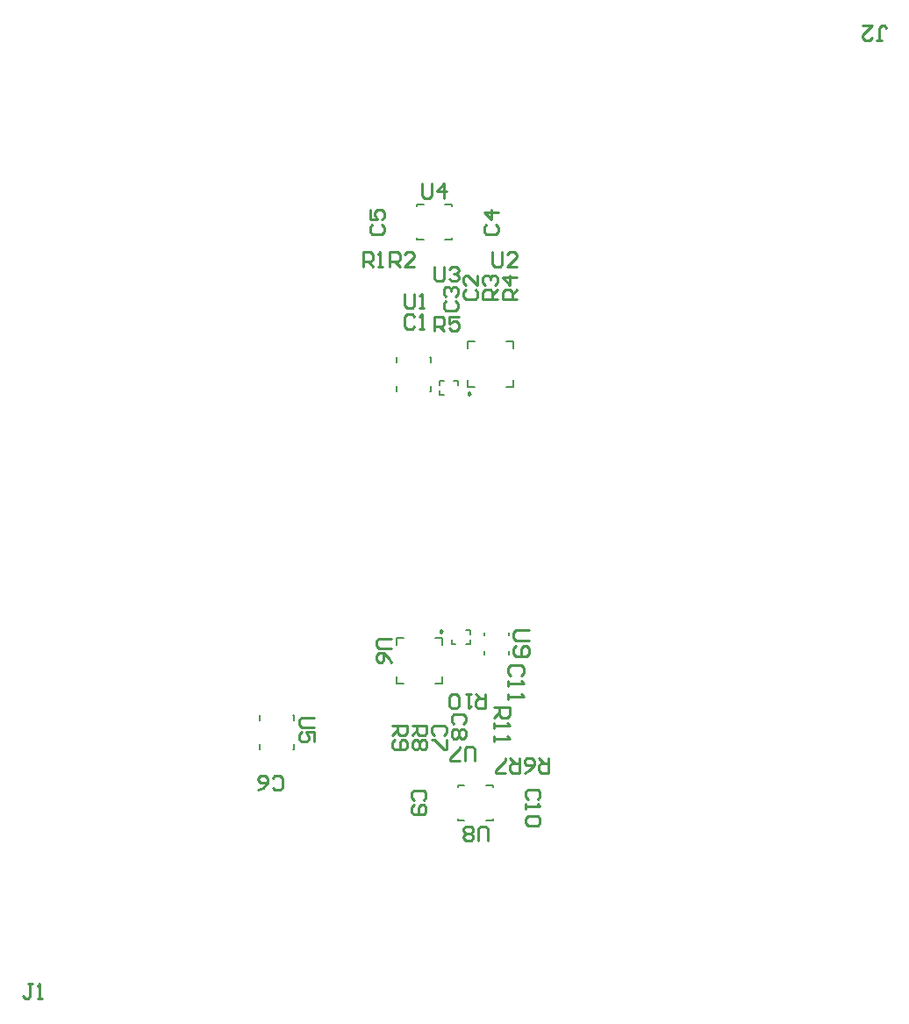
<source format=gto>
G04*
G04 #@! TF.GenerationSoftware,Altium Limited,Altium Designer,23.8.1 (32)*
G04*
G04 Layer_Color=65535*
%FSLAX25Y25*%
%MOIN*%
G70*
G04*
G04 #@! TF.SameCoordinates,E08CAFE3-3647-4911-8EA2-20DD2F02231A*
G04*
G04*
G04 #@! TF.FilePolarity,Positive*
G04*
G01*
G75*
%ADD10C,0.00394*%
%ADD11C,0.00984*%
%ADD12C,0.00787*%
%ADD13C,0.01000*%
D10*
X20669Y-44094D02*
D03*
X-294Y-103688D02*
D03*
X-884Y-44967D02*
D03*
X-61122Y-75532D02*
D03*
X591Y103543D02*
D03*
X1181Y44823D02*
D03*
X-22047Y44291D02*
D03*
D11*
X-4920Y-45223D02*
X-5658Y-44797D01*
Y-45649D01*
X-4920Y-45223D01*
X5807Y45079D02*
X5069Y45505D01*
Y44653D01*
X5807Y45079D01*
D12*
X20472Y-46870D02*
Y-45669D01*
Y-53937D02*
Y-52736D01*
X11024Y-46870D02*
Y-45669D01*
Y-53937D02*
Y-52736D01*
X11891Y-117073D02*
X14470D01*
X1084D02*
X3663D01*
X11891Y-103688D02*
X14470D01*
X1084D02*
X3663D01*
X14470Y-117073D02*
Y-116483D01*
Y-104278D02*
Y-103688D01*
X1084Y-117073D02*
Y-116483D01*
Y-104278D02*
Y-103688D01*
X-1252Y-49973D02*
Y-48398D01*
Y-49973D02*
X323D01*
X4209Y-49986D02*
X5784D01*
Y-48412D01*
X5787Y-46359D02*
Y-44784D01*
X4212D02*
X5787D01*
X-22144Y-50440D02*
Y-47782D01*
X-19487D01*
X-22144Y-65105D02*
Y-62447D01*
Y-65105D02*
X-19487D01*
X-7479D02*
X-4821D01*
Y-62447D01*
Y-50440D02*
Y-47782D01*
X-7479D02*
X-4821D01*
X-61516Y-77106D02*
X-61319D01*
X-74311D02*
X-74114D01*
X-61516Y-90098D02*
X-61319D01*
X-74311D02*
X-74114D01*
X-61319Y-79114D02*
Y-77106D01*
Y-90098D02*
Y-88090D01*
X-74311Y-79114D02*
Y-77106D01*
Y-90098D02*
Y-88090D01*
X-14567Y116929D02*
X-11988D01*
X-3760D02*
X-1181D01*
X-14567Y103543D02*
X-11988D01*
X-3760D02*
X-1181D01*
X-14567Y116339D02*
Y116929D01*
Y103543D02*
Y104134D01*
X-1181Y116339D02*
Y116929D01*
Y103543D02*
Y104134D01*
X1155Y48254D02*
Y49828D01*
X-420D02*
X1155D01*
X-5881Y49842D02*
X-4306D01*
X-5881Y48267D02*
Y49842D01*
X-5884Y44640D02*
Y46215D01*
Y44640D02*
X-4309D01*
X22047Y47638D02*
Y50295D01*
X19390Y47638D02*
X22047D01*
Y62303D02*
Y64961D01*
X19390D02*
X22047D01*
X4724D02*
X7382D01*
X4724Y62303D02*
Y64961D01*
Y47638D02*
Y50295D01*
Y47638D02*
X7382D01*
X-22244Y45866D02*
X-22047D01*
X-9449D02*
X-9252D01*
X-22244Y58858D02*
X-22047D01*
X-9449D02*
X-9252D01*
X-22244Y45866D02*
Y47874D01*
Y56850D02*
Y58858D01*
X-9252Y45866D02*
Y47874D01*
Y56850D02*
Y58858D01*
D13*
X-15354Y74278D02*
X-16273Y75196D01*
X-18109D01*
X-19028Y74278D01*
Y70604D01*
X-18109Y69686D01*
X-16273D01*
X-15354Y70604D01*
X-13518Y69686D02*
X-11681D01*
X-12599D01*
Y75196D01*
X-13518Y74278D01*
X4069Y84515D02*
X3150Y83596D01*
Y81760D01*
X4069Y80841D01*
X7742D01*
X8660Y81760D01*
Y83596D01*
X7742Y84515D01*
X8660Y90025D02*
Y86351D01*
X4987Y90025D01*
X4069D01*
X3150Y89106D01*
Y87270D01*
X4069Y86351D01*
X11943Y109318D02*
X11024Y108399D01*
Y106563D01*
X11943Y105645D01*
X15616D01*
X16534Y106563D01*
Y108399D01*
X15616Y109318D01*
X16534Y113910D02*
X11024D01*
X13780Y111155D01*
Y114828D01*
X-31364Y109318D02*
X-32283Y108399D01*
Y106563D01*
X-31364Y105645D01*
X-27691D01*
X-26773Y106563D01*
Y108399D01*
X-27691Y109318D01*
X-32283Y114828D02*
Y111155D01*
X-29528D01*
X-30446Y112991D01*
Y113910D01*
X-29528Y114828D01*
X-27691D01*
X-26773Y113910D01*
Y112073D01*
X-27691Y111155D01*
X-3412Y80184D02*
X-4330Y79266D01*
Y77429D01*
X-3412Y76511D01*
X262D01*
X1180Y77429D01*
Y79266D01*
X262Y80184D01*
X-3412Y82021D02*
X-4330Y82939D01*
Y84776D01*
X-3412Y85694D01*
X-2493D01*
X-1575Y84776D01*
Y83857D01*
Y84776D01*
X-656Y85694D01*
X262D01*
X1180Y84776D01*
Y82939D01*
X262Y82021D01*
X-160433Y-179135D02*
X-162270D01*
X-161351D01*
Y-183726D01*
X-162270Y-184645D01*
X-163188D01*
X-164106Y-183726D01*
X-158596Y-184645D02*
X-156760D01*
X-157678D01*
Y-179135D01*
X-158596Y-180053D01*
X-34776Y93308D02*
Y98818D01*
X-32021D01*
X-31102Y97900D01*
Y96063D01*
X-32021Y95145D01*
X-34776D01*
X-32939D02*
X-31102Y93308D01*
X-29266D02*
X-27429D01*
X-28347D01*
Y98818D01*
X-29266Y97900D01*
X-24670Y93308D02*
Y98818D01*
X-21915D01*
X-20997Y97900D01*
Y96063D01*
X-21915Y95145D01*
X-24670D01*
X-22834D02*
X-20997Y93308D01*
X-15487D02*
X-19160D01*
X-15487Y96981D01*
Y97900D01*
X-16405Y98818D01*
X-18242D01*
X-19160Y97900D01*
X16141Y80841D02*
X10631D01*
Y83596D01*
X11549Y84515D01*
X13386D01*
X14304Y83596D01*
Y80841D01*
Y82678D02*
X16141Y84515D01*
X11549Y86351D02*
X10631Y87270D01*
Y89106D01*
X11549Y90025D01*
X12467D01*
X13386Y89106D01*
Y88188D01*
Y89106D01*
X14304Y90025D01*
X15223D01*
X16141Y89106D01*
Y87270D01*
X15223Y86351D01*
X23621Y80841D02*
X18111D01*
Y83596D01*
X19029Y84515D01*
X20866D01*
X21784Y83596D01*
Y80841D01*
Y82678D02*
X23621Y84515D01*
Y89106D02*
X18111D01*
X20866Y86351D01*
Y90025D01*
X-7741Y68898D02*
Y74409D01*
X-4986D01*
X-4068Y73490D01*
Y71653D01*
X-4986Y70735D01*
X-7741D01*
X-5905D02*
X-4068Y68898D01*
X1442Y74409D02*
X-2231D01*
Y71653D01*
X-395Y72572D01*
X524D01*
X1442Y71653D01*
Y69817D01*
X524Y68898D01*
X-1313D01*
X-2231Y69817D01*
X-19028Y83070D02*
Y78478D01*
X-18109Y77560D01*
X-16273D01*
X-15354Y78478D01*
Y83070D01*
X-13518Y77560D02*
X-11681D01*
X-12599D01*
Y83070D01*
X-13518Y82152D01*
X14306Y98818D02*
Y94226D01*
X15224Y93308D01*
X17061D01*
X17979Y94226D01*
Y98818D01*
X23489Y93308D02*
X19816D01*
X23489Y96981D01*
Y97900D01*
X22571Y98818D01*
X20734D01*
X19816Y97900D01*
X-7741Y93306D02*
Y88714D01*
X-6823Y87796D01*
X-4986D01*
X-4068Y88714D01*
Y93306D01*
X-2231Y92388D02*
X-1313Y93306D01*
X524D01*
X1442Y92388D01*
Y91470D01*
X524Y90551D01*
X-395D01*
X524D01*
X1442Y89633D01*
Y88714D01*
X524Y87796D01*
X-1313D01*
X-2231Y88714D01*
X-12466Y124802D02*
Y120211D01*
X-11547Y119292D01*
X-9711D01*
X-8792Y120211D01*
Y124802D01*
X-4201Y119292D02*
Y124802D01*
X-6956Y122047D01*
X-3282D01*
X12466Y-124802D02*
Y-120211D01*
X11547Y-119292D01*
X9711D01*
X8792Y-120211D01*
Y-124802D01*
X6956Y-123884D02*
X6037Y-124802D01*
X4201D01*
X3282Y-123884D01*
Y-122966D01*
X4201Y-122047D01*
X3282Y-121129D01*
Y-120211D01*
X4201Y-119292D01*
X6037D01*
X6956Y-120211D01*
Y-121129D01*
X6037Y-122047D01*
X6956Y-122966D01*
Y-123884D01*
X6037Y-122047D02*
X4201D01*
X7348Y-94487D02*
Y-89896D01*
X6429Y-88977D01*
X4593D01*
X3674Y-89896D01*
Y-94487D01*
X1838D02*
X-1836D01*
Y-93569D01*
X1838Y-89896D01*
Y-88977D01*
X-24312Y-47967D02*
X-28904D01*
X-29822Y-48886D01*
Y-50722D01*
X-28904Y-51641D01*
X-24312D01*
Y-57151D02*
X-25230Y-55314D01*
X-27067Y-53477D01*
X-28904D01*
X-29822Y-54396D01*
Y-56232D01*
X-28904Y-57151D01*
X-27985D01*
X-27067Y-56232D01*
Y-53477D01*
X-53643Y-77987D02*
X-58234D01*
X-59153Y-78905D01*
Y-80742D01*
X-58234Y-81660D01*
X-53643D01*
Y-87170D02*
Y-83497D01*
X-56398D01*
X-55479Y-85334D01*
Y-86252D01*
X-56398Y-87170D01*
X-58234D01*
X-59153Y-86252D01*
Y-84415D01*
X-58234Y-83497D01*
X11612Y-68997D02*
Y-74507D01*
X8857D01*
X7939Y-73589D01*
Y-71752D01*
X8857Y-70834D01*
X11612D01*
X9775D02*
X7939Y-68997D01*
X6102D02*
X4265D01*
X5184D01*
Y-74507D01*
X6102Y-73589D01*
X1510D02*
X592Y-74507D01*
X-1245D01*
X-2163Y-73589D01*
Y-69915D01*
X-1245Y-68997D01*
X592D01*
X1510Y-69915D01*
Y-73589D01*
X-23718Y-80986D02*
X-18208D01*
Y-83741D01*
X-19126Y-84659D01*
X-20963D01*
X-21881Y-83741D01*
Y-80986D01*
Y-82822D02*
X-23718Y-84659D01*
X-22800Y-86496D02*
X-23718Y-87414D01*
Y-89251D01*
X-22800Y-90169D01*
X-19126D01*
X-18208Y-89251D01*
Y-87414D01*
X-19126Y-86496D01*
X-20045D01*
X-20963Y-87414D01*
Y-90169D01*
X-16238Y-80986D02*
X-10728D01*
Y-83741D01*
X-11646Y-84659D01*
X-13483D01*
X-14401Y-83741D01*
Y-80986D01*
Y-82822D02*
X-16238Y-84659D01*
X-11646Y-86496D02*
X-10728Y-87414D01*
Y-89251D01*
X-11646Y-90169D01*
X-12564D01*
X-13483Y-89251D01*
X-14401Y-90169D01*
X-15319D01*
X-16238Y-89251D01*
Y-87414D01*
X-15319Y-86496D01*
X-14401D01*
X-13483Y-87414D01*
X-12564Y-86496D01*
X-11646D01*
X-13483Y-87414D02*
Y-89251D01*
X24574Y-93452D02*
Y-98962D01*
X21819D01*
X20900Y-98044D01*
Y-96207D01*
X21819Y-95289D01*
X24574D01*
X22737D02*
X20900Y-93452D01*
X19064Y-98962D02*
X15390D01*
Y-98044D01*
X19064Y-94371D01*
Y-93452D01*
X35597D02*
Y-98962D01*
X32842D01*
X31924Y-98044D01*
Y-96207D01*
X32842Y-95289D01*
X35597D01*
X33761D02*
X31924Y-93452D01*
X26414Y-98962D02*
X28251Y-98044D01*
X30087Y-96207D01*
Y-94371D01*
X29169Y-93452D01*
X27332D01*
X26414Y-94371D01*
Y-95289D01*
X27332Y-96207D01*
X30087D01*
X160267Y179279D02*
X162104D01*
X161185D01*
Y183871D01*
X162104Y184789D01*
X163022D01*
X163940Y183871D01*
X154757Y184789D02*
X158430D01*
X154757Y181116D01*
Y180197D01*
X155675Y179279D01*
X157512D01*
X158430Y180197D01*
X3305Y-80419D02*
X4224Y-79501D01*
Y-77664D01*
X3305Y-76745D01*
X-368D01*
X-1286Y-77664D01*
Y-79501D01*
X-368Y-80419D01*
X3305Y-82256D02*
X4224Y-83174D01*
Y-85011D01*
X3305Y-85929D01*
X2387D01*
X1469Y-85011D01*
X550Y-85929D01*
X-368D01*
X-1286Y-85011D01*
Y-83174D01*
X-368Y-82256D01*
X550D01*
X1469Y-83174D01*
X2387Y-82256D01*
X3305D01*
X1469Y-83174D02*
Y-85011D01*
X31364Y-108991D02*
X32283Y-108072D01*
Y-106236D01*
X31364Y-105317D01*
X27691D01*
X26773Y-106236D01*
Y-108072D01*
X27691Y-108991D01*
X26773Y-110827D02*
Y-112664D01*
Y-111746D01*
X32283D01*
X31364Y-110827D01*
Y-115419D02*
X32283Y-116337D01*
Y-118174D01*
X31364Y-119092D01*
X27691D01*
X26773Y-118174D01*
Y-116337D01*
X27691Y-115419D01*
X31364D01*
X-11943Y-109318D02*
X-11024Y-108399D01*
Y-106563D01*
X-11943Y-105645D01*
X-15616D01*
X-16534Y-106563D01*
Y-108399D01*
X-15616Y-109318D01*
Y-111155D02*
X-16534Y-112073D01*
Y-113910D01*
X-15616Y-114828D01*
X-11943D01*
X-11024Y-113910D01*
Y-112073D01*
X-11943Y-111155D01*
X-12861D01*
X-13780Y-112073D01*
Y-114828D01*
X-4166Y-84659D02*
X-3247Y-83741D01*
Y-81904D01*
X-4166Y-80986D01*
X-7839D01*
X-8757Y-81904D01*
Y-83741D01*
X-7839Y-84659D01*
X-3247Y-86496D02*
Y-90169D01*
X-4166D01*
X-7839Y-86496D01*
X-8757D01*
X-69267Y-104593D02*
X-68348Y-105511D01*
X-66512D01*
X-65593Y-104593D01*
Y-100919D01*
X-66512Y-100001D01*
X-68348D01*
X-69267Y-100919D01*
X-74777Y-105511D02*
X-72940Y-104593D01*
X-71103Y-102756D01*
Y-100919D01*
X-72022Y-100001D01*
X-73858D01*
X-74777Y-100919D01*
Y-101838D01*
X-73858Y-102756D01*
X-71103D01*
X25129Y-62068D02*
X26129Y-61068D01*
Y-59069D01*
X25129Y-58069D01*
X21131D01*
X20131Y-59069D01*
Y-61068D01*
X21131Y-62068D01*
X20131Y-64067D02*
Y-66066D01*
Y-65067D01*
X26129D01*
X25129Y-64067D01*
X20131Y-69065D02*
Y-71065D01*
Y-70065D01*
X26129D01*
X25129Y-69065D01*
X27999Y-44903D02*
X23001D01*
X22001Y-45903D01*
Y-47902D01*
X23001Y-48902D01*
X27999D01*
X23001Y-50901D02*
X22001Y-51901D01*
Y-53900D01*
X23001Y-54900D01*
X26999D01*
X27999Y-53900D01*
Y-51901D01*
X26999Y-50901D01*
X26000D01*
X25000Y-51901D01*
Y-54900D01*
X14717Y-74211D02*
X20716D01*
Y-77210D01*
X19716Y-78210D01*
X17717D01*
X16717Y-77210D01*
Y-74211D01*
Y-76210D02*
X14717Y-78210D01*
Y-80209D02*
Y-82208D01*
Y-81208D01*
X20716D01*
X19716Y-80209D01*
X14717Y-85207D02*
Y-87207D01*
Y-86207D01*
X20716D01*
X19716Y-85207D01*
M02*

</source>
